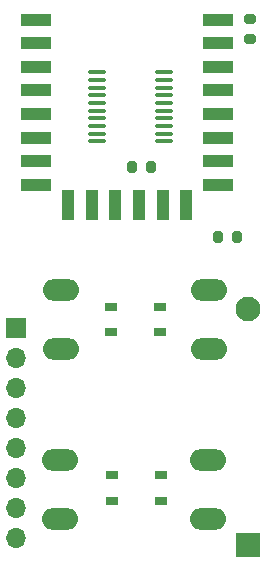
<source format=gbs>
G04 #@! TF.GenerationSoftware,KiCad,Pcbnew,7.0.7*
G04 #@! TF.CreationDate,2024-02-13T08:09:53-05:00*
G04 #@! TF.ProjectId,sensor_node,73656e73-6f72-45f6-9e6f-64652e6b6963,rev?*
G04 #@! TF.SameCoordinates,Original*
G04 #@! TF.FileFunction,Soldermask,Bot*
G04 #@! TF.FilePolarity,Negative*
%FSLAX46Y46*%
G04 Gerber Fmt 4.6, Leading zero omitted, Abs format (unit mm)*
G04 Created by KiCad (PCBNEW 7.0.7) date 2024-02-13 08:09:53*
%MOMM*%
%LPD*%
G01*
G04 APERTURE LIST*
G04 Aperture macros list*
%AMRoundRect*
0 Rectangle with rounded corners*
0 $1 Rounding radius*
0 $2 $3 $4 $5 $6 $7 $8 $9 X,Y pos of 4 corners*
0 Add a 4 corners polygon primitive as box body*
4,1,4,$2,$3,$4,$5,$6,$7,$8,$9,$2,$3,0*
0 Add four circle primitives for the rounded corners*
1,1,$1+$1,$2,$3*
1,1,$1+$1,$4,$5*
1,1,$1+$1,$6,$7*
1,1,$1+$1,$8,$9*
0 Add four rect primitives between the rounded corners*
20,1,$1+$1,$2,$3,$4,$5,0*
20,1,$1+$1,$4,$5,$6,$7,0*
20,1,$1+$1,$6,$7,$8,$9,0*
20,1,$1+$1,$8,$9,$2,$3,0*%
G04 Aperture macros list end*
%ADD10R,2.100000X2.100000*%
%ADD11C,2.100000*%
%ADD12R,1.700000X1.700000*%
%ADD13O,1.700000X1.700000*%
%ADD14RoundRect,0.200000X0.275000X-0.200000X0.275000X0.200000X-0.275000X0.200000X-0.275000X-0.200000X0*%
%ADD15R,2.500000X1.100000*%
%ADD16R,1.100000X2.500000*%
%ADD17R,1.050000X0.650000*%
%ADD18RoundRect,0.200000X-0.200000X-0.275000X0.200000X-0.275000X0.200000X0.275000X-0.200000X0.275000X0*%
%ADD19RoundRect,0.200000X0.200000X0.275000X-0.200000X0.275000X-0.200000X-0.275000X0.200000X-0.275000X0*%
%ADD20RoundRect,0.100000X0.637500X0.100000X-0.637500X0.100000X-0.637500X-0.100000X0.637500X-0.100000X0*%
%ADD21O,3.048000X1.850000*%
G04 APERTURE END LIST*
D10*
X155000000Y-106289087D03*
D11*
X155000000Y-86289087D03*
D12*
X135425000Y-87925000D03*
D13*
X135425000Y-90465000D03*
X135425000Y-93005000D03*
X135425000Y-95545000D03*
X135425000Y-98085000D03*
X135425000Y-100625000D03*
X135425000Y-103165000D03*
X135425000Y-105705000D03*
D14*
X155200000Y-63425000D03*
X155200000Y-61775000D03*
D15*
X152500000Y-61800000D03*
X152500000Y-63800000D03*
X152500000Y-65800000D03*
X152500000Y-67800000D03*
X152500000Y-69800000D03*
X152500000Y-71800000D03*
X152500000Y-73800000D03*
X152500000Y-75800000D03*
X137100000Y-75800000D03*
X137100000Y-73800000D03*
X137100000Y-71800000D03*
X137100000Y-69800000D03*
X137100000Y-67800000D03*
X137100000Y-65800000D03*
X137100000Y-63800000D03*
X137100000Y-61800000D03*
D16*
X149810000Y-77500000D03*
X147810000Y-77500000D03*
X145810000Y-77500000D03*
X143810000Y-77500000D03*
X141810000Y-77500000D03*
X139810000Y-77500000D03*
D17*
X143515000Y-102550000D03*
X147665000Y-102550000D03*
X143515000Y-100400000D03*
X147665000Y-100400000D03*
D18*
X152475000Y-80200000D03*
X154125000Y-80200000D03*
D19*
X146825000Y-74300000D03*
X145175000Y-74300000D03*
D20*
X147962500Y-66275000D03*
X147962500Y-66925000D03*
X147962500Y-67575000D03*
X147962500Y-68225000D03*
X147962500Y-68875000D03*
X147962500Y-69525000D03*
X147962500Y-70175000D03*
X147962500Y-70825000D03*
X147962500Y-71475000D03*
X147962500Y-72125000D03*
X142237500Y-72125000D03*
X142237500Y-71475000D03*
X142237500Y-70825000D03*
X142237500Y-70175000D03*
X142237500Y-69525000D03*
X142237500Y-68875000D03*
X142237500Y-68225000D03*
X142237500Y-67575000D03*
X142237500Y-66925000D03*
X142237500Y-66275000D03*
D21*
X139212500Y-89737500D03*
X151712500Y-89737500D03*
X139212500Y-84737500D03*
X151712500Y-84737500D03*
D17*
X147600000Y-86125000D03*
X143450000Y-86125000D03*
X147600000Y-88275000D03*
X143450000Y-88275000D03*
D21*
X151637500Y-99062500D03*
X139137500Y-99062500D03*
X151637500Y-104062500D03*
X139137500Y-104062500D03*
M02*

</source>
